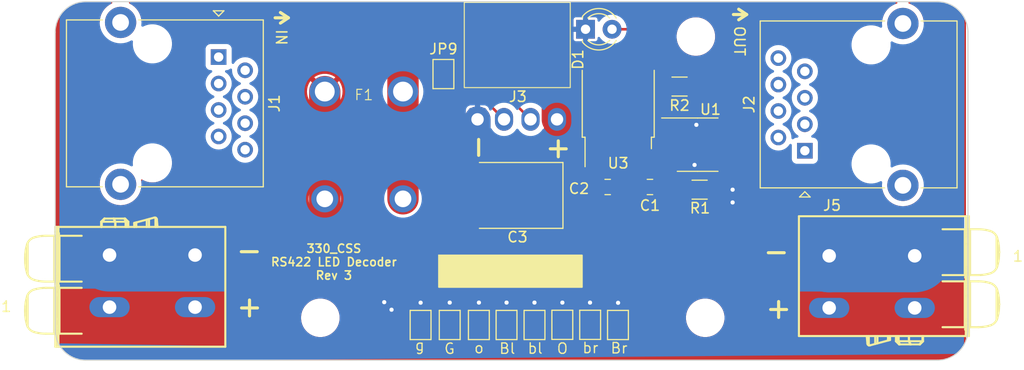
<source format=kicad_pcb>
(kicad_pcb (version 20240108) (generator "pcbnew") (generator_version "8.0")
  (layers (0 "F.Cu" power) (1 "In1.Cu" signal) (2 "In2.Cu" signal) (31 "B.Cu" power) (34 "B.Paste" user) (35 "F.Paste" user) (36 "B.SilkS" user "B.Silkscreen") (37 "F.SilkS" user "F.Silkscreen") (38 "B.Mask" user) (39 "F.Mask" user) (44 "Edge.Cuts" user))
  (net 0 "")
  (net 1 "/G-")
  (net 2 "/G+")
  (net 3 "/O-")
  (net 4 "/Bl+")
  (net 5 "/Bl-")
  (net 6 "/O+")
  (net 7 "GND")
  (net 8 "Net-(J3-Pin_3)")
  (net 9 "Net-(J3-Pin_4)")
  (net 11 "Net-(U1-Vcc)")
  (net 12 "+12V")
  (net 13 "/Br-")
  (net 14 "/Br+")
  (net 15 "Net-(JP1-B)")
  (net 16 "Net-(JP5-B)")
  (net 17 "Net-(J3-Pin_2)")
  (net 18 "Net-(D1-A)")
  (footprint "LED_THT:LED_D3.0mm" (layer "F.Cu") (at 193.525 122.6)
    (property "Reference" "D1" (at -0.725 2.9 90) (layer "F.SilkS"))
    (property "Value" "LED")
    (pad "1" thru_hole rect (at 0 0) (size 1.8 1.8) (drill 0.9) (layers "*.Cu" "*.Mask") (net 7 "GND"))
    (pad "2" thru_hole circle (at 2.54 0) (size 1.8 1.8) (drill 0.9) (layers "*.Cu" "*.Mask") (net 18 "Net-(D1-A)"))
  )
  (footprint "Jumper:SolderJumper-2_P1.3mm_Open_Pad1.0x1.5mm" (layer "F.Cu") (at 177.71 150.99 -90)
    (property "Reference" "JP1" (hide yes))
    (property "Value" "Jumper_2_Open" (hide yes))
    (pad "1" smd rect (at -0.65 0 270) (size 1 1.5) (layers "F.Cu" "F.Mask") (net 1 "/G-"))
    (pad "2" smd rect (at 0.65 0 270) (size 1 1.5) (layers "F.Cu" "F.Mask") (net 15 "Net-(JP1-B)"))
  )
  (footprint "Resistor_SMD:R_1206_3216Metric" (layer "F.Cu") (at 202.5375 128.1 180)
    (property "Reference" "R2" (at 0 -1.82 180) (layer "F.SilkS"))
    (property "Value" "R")
    (pad "1" smd roundrect (at -1.4625 0 180) (size 1.125 1.75) (layers "F.Cu" "F.Paste" "F.Mask") (roundrect_rratio 0.2222222222) (net 11 "Net-(U1-Vcc)"))
    (pad "2" smd roundrect (at 1.4625 0 180) (size 1.125 1.75) (layers "F.Cu" "F.Paste" "F.Mask") (roundrect_rratio 0.2222222222) (net 18 "Net-(D1-A)"))
  )
  (footprint "Jumper:SolderJumper-2_P1.3mm_Open_Pad1.0x1.5mm" (layer "F.Cu") (at 188.632 150.99 -90)
    (property "Reference" "JP3" (hide yes))
    (property "Value" "Jumper_2_Open" (hide yes))
    (pad "1" smd rect (at -0.65 0 270) (size 1 1.5) (layers "F.Cu" "F.Mask") (net 5 "/Bl-"))
    (pad "2" smd rect (at 0.65 0 270) (size 1 1.5) (layers "F.Cu" "F.Mask") (net 15 "Net-(JP1-B)"))
  )
  (footprint "Library:3549-2" (layer "F.Cu") (at 172.274 133.731 180)
    (property "Reference" "F1" (at 0 4.826 0) (layer "F.SilkS") (effects (font (thickness 0.1))))
    (property "Value" "Fuse")
    (pad "1" thru_hole circle (at -3.75 -5.15 180) (size 2.6 2.6) (drill 1.6) (layers "*.Cu" "*.Mask") (net 9 "Net-(J3-Pin_4)"))
    (pad "1" thru_hole circle (at -3.75 5.15 180) (size 2.9 2.9) (drill 1.9) (layers "*.Cu" "*.Mask") (net 9 "Net-(J3-Pin_4)"))
    (pad "2" thru_hole circle (at 3.75 -5.15 180) (size 2.6 2.6) (drill 1.6) (layers "*.Cu" "*.Mask") (net 12 "+12V"))
    (pad "2" thru_hole circle (at 3.75 5.15 180) (size 2.9 2.9) (drill 1.9) (layers "*.Cu" "*.Mask") (net 12 "+12V"))
  )
  (footprint "MountingHole:MountingHole_3.2mm_M3" (layer "F.Cu") (at 204.1 123.3)
    (property "Reference" "REF**" (hide yes))
    (property "Value" "MountingHole_3.2mm_M3")
    (pad "" np_thru_hole circle (at 0 0) (size 3.2 3.2) (drill 3.2) (layers "*.Cu" "*.Mask"))
  )
  (footprint "Resistor_SMD:R_1206_3216Metric" (layer "F.Cu") (at 204.4625 138)
    (property "Reference" "R1" (at 0.0375 1.775 0) (layer "F.SilkS"))
    (property "Value" "R")
    (pad "1" smd roundrect (at -1.4625 0) (size 1.125 1.75) (layers "F.Cu" "F.Paste" "F.Mask") (roundrect_rratio 0.2222222222) (net 15 "Net-(JP1-B)"))
    (pad "2" smd roundrect (at 1.4625 0) (size 1.125 1.75) (layers "F.Cu" "F.Paste" "F.Mask") (roundrect_rratio 0.2222222222) (net 16 "Net-(JP5-B)"))
  )
  (footprint "2604-1102:P-2604-1102_1" (layer "F.Cu") (at 147.89 151.576 180)
    (property "Reference" "J4" (hide yes))
    (property "Value" "Screw_Terminal_01x02")
    (fp_text user "1" (at 9.9 2.35 0) (layer "F.SilkS"))
    (pad "1" thru_hole oval (at -8.2 2.3 180) (size 3.8608 1.9304) (drill 1.3) (layers "*.Cu" "*.Mask") (net 12 "+12V"))
    (pad "1" thru_hole oval (at 0 2.3 180) (size 3.8608 1.9304) (drill 1.3) (layers "*.Cu" "*.Mask") (net 12 "+12V"))
    (pad "2" thru_hole oval (at -8.2 7.3 180) (size 3.8608 1.9304) (drill 1.3) (layers "*.Cu" "*.Mask") (net 7 "GND"))
    (pad "2" thru_hole oval (at 0 7.3 180) (size 3.8608 1.9304) (drill 1.3) (layers "*.Cu" "*.Mask") (net 7 "GND"))
  )
  (footprint "Jumper:SolderJumper-2_P1.3mm_Open_Pad1.0x1.5mm" (layer "F.Cu") (at 180.504 150.99 -90)
    (property "Reference" "JP5" (hide yes))
    (property "Value" "Jumper_2_Open" (hide yes))
    (pad "1" smd rect (at -0.65 0 270) (size 1 1.5) (layers "F.Cu" "F.Mask") (net 2 "/G+"))
    (pad "2" smd rect (at 0.65 0 270) (size 1 1.5) (layers "F.Cu" "F.Mask") (net 16 "Net-(JP5-B)"))
  )
  (footprint "Connector_RJ:RJ45_Ninigi_GE" (layer "F.Cu") (at 214.55 134.26 90)
    (property "Reference" "J2" (at 4.445 -5.34 90) (layer "F.SilkS"))
    (property "Value" "RJ45")
    (pad "" np_thru_hole circle (at -1.27 6.35 90) (size 3.25 3.25) (drill 3.25) (layers "*.Cu" "*.Mask"))
    (pad "" np_thru_hole circle (at 10.16 6.35 270) (size 3.25 3.25) (drill 3.25) (layers "*.Cu" "*.Mask"))
    (pad "1" thru_hole rect (at 0 0 270) (size 1.5 1.5) (drill 0.9) (layers "*.Cu" "*.Mask") (net 1 "/G-"))
    (pad "2" thru_hole circle (at 1.27 -2.54 270) (size 1.5 1.5) (drill 0.9) (layers "*.Cu" "*.Mask") (net 2 "/G+"))
    (pad "3" thru_hole circle (at 2.54 0 270) (size 1.5 1.5) (drill 0.9) (layers "*.Cu" "*.Mask") (net 3 "/O-"))
    (pad "4" thru_hole circle (at 3.81 -2.54 270) (size 1.5 1.5) (drill 0.9) (layers "*.Cu" "*.Mask") (net 4 "/Bl+"))
    (pad "5" thru_hole circle (at 5.08 0 270) (size 1.5 1.5) (drill 0.9) (layers "*.Cu" "*.Mask") (net 5 "/Bl-"))
    (pad "6" thru_hole circle (at 6.35 -2.54 270) (size 1.5 1.5) (drill 0.9) (layers "*.Cu" "*.Mask") (net 6 "/O+"))
    (pad "7" thru_hole circle (at 7.62 0 270) (size 1.5 1.5) (drill 0.9) (layers "*.Cu" "*.Mask") (net 13 "/Br-"))
    (pad "8" thru_hole circle (at 8.89 -2.54 270) (size 1.5 1.5) (drill 0.9) (layers "*.Cu" "*.Mask") (net 14 "/Br+"))
    (pad "SH" thru_hole circle (at -3.325 9.4 90) (size 3 3) (drill 1.6) (layers "*.Cu" "*.Mask"))
    (pad "SH" thru_hole circle (at 12.215 9.4 270) (size 3 3) (drill 1.6) (layers "*.Cu" "*.Mask"))
  )
  (footprint "MountingHole:MountingHole_3.2mm_M3" (layer "F.Cu") (at 168.1 150.3)
    (property "Reference" "REF**" (hide yes))
    (property "Value" "MountingHole_3.2mm_M3")
    (pad "" np_thru_hole circle (at 0 0) (size 3.2 3.2) (drill 3.2) (layers "*.Cu" "*.Mask"))
  )
  (footprint "Capacitor_SMD:C_0805_2012Metric" (layer "F.Cu") (at 195.648 137.742)
    (property "Reference" "C2" (at -2.748 0.158 0) (layer "F.SilkS"))
    (property "Value" "1uF")
    (pad "1" smd roundrect (at -0.95 0) (size 1 1.45) (layers "F.Cu" "F.Paste" "F.Mask") (net 12 "+12V"))
    (pad "2" smd roundrect (at 0.95 0) (size 1 1.45) (layers "F.Cu" "F.Paste" "F.Mask") (net 7 "GND"))
  )
  (footprint "Package_SO:SOIC-8_3.9x4.9mm_P1.27mm" (layer "F.Cu") (at 204.272 133.678)
    (property "Reference" "U1" (at 1.228 -3.378 0) (layer "F.SilkS"))
    (property "Value" "~" (hide yes))
    (pad "1" smd roundrect (at -2.475 -1.905) (size 1.95 0.6) (layers "F.Cu" "F.Paste" "F.Mask") (net 8 "Net-(J3-Pin_3)"))
    (pad "2" smd roundrect (at -2.475 -0.635) (size 1.95 0.6) (layers "F.Cu" "F.Paste" "F.Mask") (net 7 "GND"))
    (pad "3" smd roundrect (at -2.475 0.635) (size 1.95 0.6) (layers "F.Cu" "F.Paste" "F.Mask") (net 7 "GND"))
    (pad "4" smd roundrect (at -2.475 1.905) (size 1.95 0.6) (layers "F.Cu" "F.Paste" "F.Mask"))
    (pad "5" smd roundrect (at 2.475 1.905) (size 1.95 0.6) (layers "F.Cu" "F.Paste" "F.Mask") (net 7 "GND"))
    (pad "6" smd roundrect (at 2.475 0.635) (size 1.95 0.6) (layers "F.Cu" "F.Paste" "F.Mask") (net 16 "Net-(JP5-B)"))
    (pad "7" smd roundrect (at 2.475 -0.635) (size 1.95 0.6) (layers "F.Cu" "F.Paste" "F.Mask") (net 15 "Net-(JP1-B)"))
    (pad "8" smd roundrect (at 2.475 -1.905) (size 1.95 0.6) (layers "F.Cu" "F.Paste" "F.Mask") (net 11 "Net-(U1-Vcc)"))
  )
  (footprint "Capacitor_SMD:C_0805_2012Metric" (layer "F.Cu") (at 199.7 137.742)
    (property "Reference" "C1" (at 0 1.778 0) (layer "F.SilkS"))
    (property "Value" "2.2uF")
    (pad "1" smd roundrect (at -0.95 0) (size 1 1.45) (layers "F.Cu" "F.Paste" "F.Mask") (net 11 "Net-(U1-Vcc)"))
    (pad "2" smd roundrect (at 0.95 0) (size 1 1.45) (layers "F.Cu" "F.Paste" "F.Mask") (net 7 "GND"))
  )
  (footprint "Capacitor_Tantalum_SMD:CP_EIA-7361-38_AVX-V" (layer "F.Cu") (at 187 138.55 180)
    (property "Reference" "C3" (at 0 -4 0) (layer "F.SilkS"))
    (property "Value" "200uF")
    (pad "1" smd roundrect (at -3.1 0 180) (size 2 3.3) (layers "F.Cu" "F.Paste" "F.Mask") (roundrect_rratio 0.125) (net 9 "Net-(J3-Pin_4)"))
    (pad "2" smd roundrect (at 3.1 0 180) (size 2 3.3) (layers "F.Cu" "F.Paste" "F.Mask") (roundrect_rratio 0.125) (net 7 "GND"))
  )
  (footprint "2604-1102:P-2604-1102_1" (layer "F.Cu") (at 225.082 142.049984)
    (property "Reference" "J5" (at -7.925 -2.535 0) (layer "F.SilkS"))
    (property "Value" "Screw_Terminal_01x02")
    (fp_text user "1" (at 9.9 2.35 0) (layer "F.SilkS"))
    (pad "1" thru_hole oval (at -8.2 2.3) (size 3.8608 1.9304) (drill 1.3) (layers "*.Cu" "*.Mask") (net 7 "GND"))
    (pad "1" thru_hole oval (at 0 2.3) (size 3.8608 1.9304) (drill 1.3) (layers "*.Cu" "*.Mask") (net 7 "GND"))
    (pad "2" thru_hole oval (at -8.2 7.3) (size 3.8608 1.9304) (drill 1.3) (layers "*.Cu" "*.Mask") (net 12 "+12V"))
    (pad "2" thru_hole oval (at 0 7.3) (size 3.8608 1.9304) (drill 1.3) (layers "*.Cu" "*.Mask") (net 12 "+12V"))
  )
  (footprint "Jumper:SolderJumper-2_P1.3mm_Open_Pad1.0x1.5mm" (layer "F.Cu") (at 193.966 150.975 -90)
    (property "Reference" "JP4" (hide yes))
    (property "Value" "Jumper_2_Open" (hide yes))
    (pad "1" smd rect (at -0.65 0 270) (size 1 1.5) (layers "F.Cu" "F.Mask") (net 13 "/Br-"))
    (pad "2" smd rect (at 0.65 0 270) (size 1 1.5) (layers "F.Cu" "F.Mask") (net 15 "Net-(JP1-B)"))
  )
  (footprint "Jumper:SolderJumper-2_P1.3mm_Open_Pad1.0x1.5mm" (layer "F.Cu") (at 183.298 150.99 -90)
    (property "Reference" "JP2" (hide yes))
    (property "Value" "Jumper_2_Open" (hide yes))
    (pad "1" smd rect (at -0.65 0 270) (size 1 1.5) (layers "F.Cu" "F.Mask") (net 3 "/O-"))
    (pad "2" smd rect (at 0.65 0 270) (size 1 1.5) (layers "F.Cu" "F.Mask") (net 15 "Net-(JP1-B)"))
  )
  (footprint "Package_TO_SOT_SMD:TO-252-2" (layer "F.Cu") (at 196.658 129.654 90)
    (property "Reference" "U3" (at -5.802 -0.006 0) (layer "F.SilkS"))
    (property "Value" "LP2950-5.0_TO252")
    (pad "1" smd roundrect (at -5.04 -2.28 90) (size 2.2 1.2) (layers "F.Cu" "F.Paste" "F.Mask") (roundrect_rratio 0.2083333333) (net 12 "+12V"))
    (pad "2" smd roundrect (at -0.415 -1.525 90) (size 3.05 2.75) (layers "F.Cu" "F.Paste") (roundrect_rratio 0.09090909091) (net 7 "GND"))
    (pad "2" smd roundrect (at -0.415 1.525 90) (size 3.05 2.75) (layers "F.Cu" "F.Paste") (roundrect_rratio 0.09090909091) (net 7 "GND"))
    (pad "2" smd roundrect (at 1.26 0 90) (size 6.4 5.8) (layers "F.Cu" "F.Mask") (roundrect_rratio 0.04310293103) (net 7 "GND"))
    (pad "2" smd roundrect (at 2.935 -1.525 90) (size 3.05 2.75) (layers "F.Cu" "F.Paste") (roundrect_rratio 0.09090909091) (net 7 "GND"))
    (pad "2" smd roundrect (at 2.935 1.525 90) (size 3.05 2.75) (layers "F.Cu" "F.Paste") (roundrect_rratio 0.09090909091) (net 7 "GND"))
    (pad "3" smd roundrect (at -5.04 2.28 90) (size 2.2 1.2) (layers "F.Cu" "F.Paste" "F.Mask") (roundrect_rratio 0.2083333333) (net 11 "Net-(U1-Vcc)"))
  )
  (footprint "Jumper:SolderJumper-2_P1.3mm_Open_Pad1.0x1.5mm" (layer "F.Cu") (at 179.9 126.9 -90)
    (property "Reference" "JP9" (at -2.4 0 180) (layer "F.SilkS"))
    (property "Value" "Jumper_2_Open")
    (pad "1" smd rect (at -0.65 0 270) (size 1 1.5) (layers "F.Cu" "F.Mask") (net 8 "Net-(J3-Pin_3)"))
    (pad "2" smd rect (at 0.65 0 270) (size 1 1.5) (layers "F.Cu" "F.Mask") (net 17 "Net-(J3-Pin_2)"))
  )
  (footprint "MountingHole:MountingHole_3.2mm_M3" (layer "F.Cu") (at 205 150.3)
    (property "Reference" "REF**" (hide yes))
    (property "Value" "MountingHole_3.2mm_M3")
    (pad "" np_thru_hole circle (at 0 0) (size 3.2 3.2) (drill 3.2) (layers "*.Cu" "*.Mask"))
  )
  (footprint "Jumper:SolderJumper-2_P1.3mm_Open_Pad1.0x1.5mm" (layer "F.Cu") (at 196.633 150.99 -90)
    (property "Reference" "JP8" (hide yes))
    (property "Value" "Jumper_2_Open" (hide yes))
    (pad "1" smd rect (at -0.65 0 270) (size 1 1.5) (layers "F.Cu" "F.Mask") (net 14 "/Br+"))
    (pad "2" smd rect (at 0.65 0 270) (size 1 1.5) (layers "F.Cu" "F.Mask") (net 16 "Net-(JP5-B)"))
  )
  (footprint "Connector_RJ:RJ45_Ninigi_GE" (layer "F.Cu") (at 158.35 125.27 -90)
    (property "Reference" "J1" (at 4.445 -5.34 -90) (layer "F.SilkS"))
    (property "Value" "RJ45")
    (pad "" np_thru_hole circle (at -1.27 6.35 270) (size 3.25 3.25) (drill 3.25) (layers "*.Cu" "*.Mask"))
    (pad "" np_thru_hole circle (at 10.16 6.35 90) (size 3.25 3.25) (drill 3.25) (layers "*.Cu" "*.Mask"))
    (pad "1" thru_hole rect (at 0 0 90) (size 1.5 1.5) (drill 0.9) (layers "*.Cu" "*.Mask") (net 1 "/G-"))
    (pad "2" thru_hole circle (at 1.27 -2.54 90) (size 1.5 1.5) (drill 0.9) (layers "*.Cu" "*.Mask") (net 2 "/G+"))
    (pad "3" thru_hole circle (at 2.54 0 90) (size 1.5 1.5) (drill 0.9) (layers "*.Cu" "*.Mask") (net 3 "/O-"))
    (pad "4" thru_hole circle (at 3.81 -2.54 90) (size 1.5 1.5) (drill 0.9) (layers "*.Cu" "*.Mask") (net 4 "/Bl+"))
    (pad "5" thru_hole circle (at 5.08 0 90) (size 1.5 1.5) (drill 0.9) (layers "*.Cu" "*.Mask") (net 5 "/Bl-"))
    (pad "6" thru_hole circle (at 6.35 -2.54 90) (size 1.5 1.5) (drill 0.9) (layers "*.Cu" "*.Mask") (net 6 "/O+"))
    (pad "7" thru_hole circle (at 7.62 0 90) (size 1.5 1.5) (drill 0.9) (layers "*.Cu" "*.Mask") (net 13 "/Br-"))
    (pad "8" thru_hole circle (at 8.89 -2.54 90) (size 1.5 1.5) (drill 0.9) (layers "*.Cu" "*.Mask") (net 14 "/Br+"))
    (pad "SH" thru_hole circle (at -3.325 9.4 270) (size 3 3) (drill 1.6) (layers "*.Cu" "*.Mask"))
    (pad "SH" thru_hole circle (at 12.215 9.4 90) (size 3 3) (drill 1.6) (layers "*.Cu" "*.Mask"))
  )
  (footprint "SMM:KK-1x04_right" (layer "F.Cu") (at 183.17 131.25)
    (property "Reference" "J3" (at 3.866 -2.1765 0) (layer "F.SilkS"))
    (property "Value" "Conn_01x04" (hide yes))
    (pad "1" thru_hole roundrect (at 0 0) (size 1.74 2.19) (drill 1.19) (layers "*.Cu" "*.Mask") (roundrect_rratio 0.1436781609) (net 7 "GND"))
    (pad "2" thru_hole oval (at 2.54 0) (size 1.74 2.19) (drill 1.19) (layers "*.Cu" "*.Mask") (net 17 "Net-(J3-Pin_2)"))
    (pad "3" thru_hole oval (at 5.08 0) (size 1.74 2.19) (drill 1.19) (layers "*.Cu" "*.Mask") (net 8 "Net-(J3-Pin_3)"))
    (pad "4" thru_hole oval (at 7.62 0) (size 1.74 2.19) (drill 1.19) (layers "*.Cu" "*.Mask") (net 9 "Net-(J3-Pin_4)"))
  )
  (footprint "Jumper:SolderJumper-2_P1.3mm_Open_Pad1.0x1.5mm" (layer "F.Cu") (at 191.299 150.975 -90)
    (property "Reference" "JP6" (hide yes))
    (property "Value" "Jumper_2_Open" (hide yes))
    (pad "1" smd rect (at -0.65 0 270) (size 1 1.5) (layers "F.Cu" "F.Mask") (net 6 "/O+"))
    (pad "2" smd rect (at 0.65 0 270) (size 1 1.5) (layers "F.Cu" "F.Mask") (net 16 "Net-(JP5-B)"))
  )
  (footprint "Jumper:SolderJumper-2_P1.3mm_Open_Pad1.0x1.5mm" (layer "F.Cu") (at 185.95 150.99 -90)
    (property "Reference" "JP7" (hide yes))
    (property "Value" "Jumper_2_Open" (hide yes))
    (pad "1" smd rect (at -0.65 0 270) (size 1 1.5) (layers "F.Cu" "F.Mask") (net 4 "/Bl+"))
    (pad "2" smd rect (at 0.65 0 270) (size 1 1.5) (layers "F.Cu" "F.Mask") (net 16 "Net-(JP5-B)"))
  )
  (gr_line (start 165.035 121.5) (end 164.273 120.992) (stroke (width 0.3)) (layer "F.SilkS"))
  (gr_line (start 207.7 121.184) (end 208.97 121.184) (stroke (width 0.3)) (layer "F.SilkS"))
  (gr_rect (start 179.467 144.302) (end 193.183 147.35) (stroke (width 0.15)) (fill solid) (layer "F.SilkS"))
  (gr_line (start 208.97 121.184) (end 208.208 120.676) (stroke (width 0.3)) (layer "F.SilkS"))
  (gr_line (start 163.765 121.5) (end 165.035 121.5) (stroke (width 0.3)) (layer "F.SilkS"))
  (gr_line (start 165.035 121.5) (end 164.273 122.008) (stroke (width 0.3)) (layer "F.SilkS"))
  (gr_line (start 208.97 121.184) (end 208.208 121.692) (stroke (width 0.3)) (layer "F.SilkS"))
  (gr_line (start 145.604 154.37) (end 227.265 154.37) (stroke (width 0.1)) (layer "Edge.Cuts"))
  (gr_arc (start 142.683 122.874) (mid 143.538541 120.808541) (end 145.604 119.953) (stroke (width 0.1)) (layer "Edge.Cuts"))
  (gr_arc (start 230.186 151.449) (mid 229.330459 153.514459) (end 227.265 154.37) (stroke (width 0.1)) (layer "Edge.Cuts"))
  (gr_line (start 227.265 119.953) (end 145.604 119.953) (stroke (width 0.1)) (layer "Edge.Cuts"))
  (gr_line (start 142.683 151.449) (end 142.683 122.874) (stroke (width 0.1)) (layer "Edge.Cuts"))
  (gr_arc (start 145.604 154.37) (mid 143.538541 153.514459) (end 142.683 151.449) (stroke (width 0.1)) (layer "Edge.Cuts"))
  (gr_line (start 230.186 151.449) (end 230.186 122.874) (stroke (width 0.1)) (layer "Edge.Cuts"))
  (gr_arc (start 227.265 119.953) (mid 229.330459 120.808541) (end 230.186 122.874) (stroke (width 0.1)) (layer "Edge.Cuts"))
  (gr_text "o" (at 182.772 153.784 0) (layer "F.SilkS") (effects (font (size 1 1) (thickness 0.127) (bold yes)) (justify left bottom)))
  (gr_text "Br\n" (at 195.85 153.8 0) (layer "F.SilkS") (effects (font (size 1 1) (thickness 0.127) (bold yes)) (justify left bottom)))
  (gr_text "Bl" (at 185.175 153.84 0) (layer "F.SilkS") (effects (font (size 1 1) (thickness 0.127) (bold yes)) (justify left bottom)))
  (gr_text "O\n" (at 190.7 153.84 0) (layer "F.SilkS") (effects (font (size 1 1) (thickness 0.127) (bold yes)) (justify left bottom)))
  (gr_text "-" (at 159.85 144.975 0) (layer "F.SilkS") (effects (font (size 2 2) (thickness 0.3)) (justify left bottom)))
  (gr_text "g" (at 177.1 153.525 0) (layer "F.SilkS") (effects (font (size 1 1) (thickness 0.127) (bold yes)) (justify left bottom)))
  (gr_text "br" (at 193.15 153.775 0) (layer "F.SilkS") (effects (font (size 1 1) (thickness 0.127) (bold yes)) (justify left bottom)))
  (gr_text "OUT" (at 207.7 122.2 -90) (layer "F.SilkS") (effects (font (size 1 1)) (justify left bottom)))
  (gr_text "+" (at 210.6 150.525 0) (layer "F.SilkS") (effects (font (size 2 2) (thickness 0.3)) (justify left bottom)))
  (gr_text "330_CSS\nRS422 LED Decoder\nRev 3" (at 169.4 146.7 0) (layer "F.SilkS") (effects (font (size 0.8 0.8)) (justify bottom)))
  (gr_text "-" (at 210.375 145.075 0) (layer "F.SilkS") (effects (font (size 2 2) (thickness 0.3)) (justify left bottom)))
  (gr_text "bl" (at 187.9 153.825 0) (layer "F.SilkS") (effects (font (size 1 1) (thickness 0.127) (bold yes)) (justify left bottom)))
  (gr_text "-" (at 184.3 135.375 90) (layer "F.SilkS") (effects (font (size 2 2) (thickness 0.3)) (justify left bottom)))
  (gr_text "+" (at 189.475 135.1 0) (layer "F.SilkS") (effects (font (size 2 2) (thickness 0.3)) (justify left bottom)))
  (gr_text "IN" (at 163.765 122.516 -90) (layer "F.SilkS") (effects (font (size 1 1)) (justify left bottom)))
  (gr_text "G" (at 179.9 153.85 0) (layer "F.SilkS") (effects (font (size 1 1) (thickness 0.127) (bold yes)) (justify left bottom)))
  (gr_text "+" (at 159.875 150.375 0) (layer "F.SilkS") (effects (font (size 2 2) (thickness 0.3)) (justify left bottom)))
  (segment (start 177.71 150.34) (end 177.71 148.854) (width 0.2) (layer "F.Cu") (net 1))
  (segment (start 177.71 148.854) (end 177.714 148.85) (width 0.2) (layer "F.Cu") (net 1))
  (via blind (at 177.714 148.85) (size 0.8) (drill 0.4) (layers "F.Cu" "In2.Cu") (net 1))
  (segment (start 180.504 150.34) (end 180.504 148.84) (width 0.2) (layer "F.Cu") (net 2))
  (via blind (at 180.504 148.84) (size 0.8) (drill 0.4) (layers "F.Cu" "In1.Cu") (net 2))
  (segment (start 183.298 148.846) (end 183.304 148.84) (width 0.2) (layer "F.Cu") (net 3))
  (segment (start 183.298 150.34) (end 183.298 148.846) (width 0.2) (layer "F.Cu") (net 3))
  (via blind (at 183.304 148.84) (size 0.8) (drill 0.4) (layers "F.Cu" "In2.Cu") (net 3))
  (segment (start 185.95 148.844) (end 185.954 148.84) (width 0.2) (layer "F.Cu") (net 4))
  (segment (start 185.95 150.34) (end 185.95 148.844) (width 0.2) (layer "F.Cu") (net 4))
  (via blind (at 185.954 148.84) (size 0.8) (drill 0.4) (layers "F.Cu" "In1.Cu") (net 4))
  (segment (start 188.632 148.843) (end 188.629 148.84) (width 0.2) (layer "F.Cu") (net 5))
  (segment (start 188.632 150.34) (end 188.632 148.843) (width 0.2) (layer "F.Cu") (net 5))
  (via blind (at 188.629 148.84) (size 0.8) (drill 0.4) (layers "F.Cu" "In2.Cu") (net 5))
  (segment (start 191.299 150.325) (end 191.299 148.845) (width 0.2) (layer "F.Cu") (net 6))
  (segment (start 191.299 148.845) (end 191.304 148.84) (width 0.2) (layer "F.Cu") (net 6))
  (via blind (at 191.304 148.84) (size 0.8) (drill 0.4) (layers "F.Cu" "In1.Cu") (net 6))
  (segment (start 212.01 127.91) (end 211.6 127.5) (width 0.2) (layer "B.Cu") (net 6))
  (segment (start 200.65 138.45) (end 200.65 137.742) (width 0.25) (layer "F.Cu") (net 7))
  (segment (start 183.9 138.55) (end 183.17 137.82) (width 2.5) (layer "F.Cu") (net 7))
  (segment (start 197.225 139) (end 200.1 139) (width 0.25) (layer "F.Cu") (net 7))
  (segment (start 196.658 132.575) (end 196.658 137.682) (width 0.25) (layer "F.Cu") (net 7))
  (segment (start 202.771999 134.313) (end 204.041999 135.583) (width 0.25) (layer "F.Cu") (net 7))
  (segment (start 196.658 128.394) (end 196.658 132.575) (width 0.25) (layer "F.Cu") (net 7))
  (segment (start 193.525 122.6) (end 193.525 125.261) (width 0.25) (layer "F.Cu") (net 7))
  (segment (start 203.999999 135.625) (end 204.041999 135.583) (width 0.25) (layer "F.Cu") (net 7))
  (segment (start 196.658 137.682) (end 196.598 137.742) (width 0.25) (layer "F.Cu") (net 7))
  (segment (start 201.742 136.65) (end 202.974999 136.65) (width 0.25) (layer "F.Cu") (net 7))
  (segment (start 206.764 135.6) (end 206.747 135.583) (width 0.25) (layer "F.Cu") (net 7))
  (segment (start 196.598 131.534) (end 195.133 130.069) (width 0.25) (layer "F.Cu") (net 7))
  (segment (start 197.126 133.043) (end 196.658 132.575) (width 0.25) (layer "F.Cu") (net 7))
  (segment (start 203.975 135.625) (end 203.999999 135.625) (width 0.25) (layer "F.Cu") (net 7))
  (segment (start 200.1 139) (end 200.65 138.45) (width 0.25) (layer "F.Cu") (net 7))
  (segment (start 196.598 138.373) (end 197.225 139) (width 0.25) (layer "F.Cu") (net 7))
  (segment (start 202.974999 136.65) (end 203.975 135.649999) (width 0.25) (layer "F.Cu") (net 7))
  (segment (start 204.041999 135.583) (end 206.747 135.583) (width 0.25) (layer "F.Cu") (net 7))
  (segment (start 201.797 133.043) (end 197.126 133.043) (width 0.25) (layer "F.Cu") (net 7))
  (segment (start 201.797 134.313) (end 202.771999 134.313) (width 0.25) (layer "F.Cu") (net 7))
  (segment (start 196.598 137.742) (end 196.598 138.373) (width 0.25) (layer "F.Cu") (net 7))
  (segment (start 183.17 137.82) (end 183.17 131.25) (width 2.5) (layer "F.Cu") (net 7))
  (segment (start 200.65 137.742) (end 201.742 136.65) (width 0.25) (layer "F.Cu") (net 7))
  (segment (start 193.525 125.261) (end 196.658 128.394) (width 0.25) (layer "F.Cu") (net 7))
  (segment (start 203.975 135.649999) (end 203.975 135.625) (width 0.25) (layer "F.Cu") (net 7))
  (via (at 203.975 135.625) (size 0.8) (drill 0.4) (layers "F.Cu" "B.Cu") (net 7))
  (segment (start 216.882 144.349984) (end 225.082 144.349984) (width 7) (layer "B.Cu") (net 7))
  (segment (start 216.808016 144.276) (end 216.882 144.349984) (width 7) (layer "B.Cu") (net 7))
  (segment (start 147.89 144.276) (end 156.09 144.276) (width 7) (layer "B.Cu") (net 7))
  (segment (start 183.17 131.25) (end 183.17 144.246) (width 2.5) (layer "B.Cu") (net 7))
  (segment (start 183.17 144.246) (end 183.2 144.276) (width 2.5) (layer "B.Cu") (net 7))
  (segment (start 183.2 144.276) (end 216.808016 144.276) (width 7) (layer "B.Cu") (net 7))
  (segment (start 156.09 144.276) (end 183.2 144.276) (width 7) (layer "B.Cu") (net 7))
  (segment (start 204.148 131.773) (end 204.15 131.775) (width 0.25) (layer "F.Cu") (net 8))
  (segment (start 179.9 126.25) (end 183.25 126.25) (width 0.25) (layer "F.Cu") (net 8))
  (segment (start 201.797 131.773) (end 204.148 131.773) (width 0.25) (layer "F.Cu") (net 8))
  (segment (start 183.25 126.25) (end 188.25 131.25) (width 0.25) (layer "F.Cu") (net 8))
  (via blind (at 204.15 131.775) (size 0.8) (drill 0.4) (layers "F.Cu" "In1.Cu") (net 8))
  (segment (start 190.82 126.645) (end 190.82 131.25) (width 3) (layer "F.Cu") (net 9))
  (segment (start 177.525 123.975) (end 188.15 123.975) (width 3) (layer "F.Cu") (net 9))
  (segment (start 188.15 123.975) (end 190.82 126.645) (width 3) (layer "F.Cu") (net 9))
  (segment (start 176.024 128.581) (end 176.024 125.476) (width 3) (layer "F.Cu") (net 9))
  (segment (start 190.79 131.25) (end 190.79 137.86) (width 2.5) (layer "F.Cu") (net 9))
  (segment (start 176.024 134) (end 176.024 138.881) (width 3) (layer "F.Cu") (net 9))
  (segment (start 176.024 128.581) (end 176.024 134) (width 3) (layer "F.Cu") (net 9))
  (segment (start 190.79 137.86) (end 190.1 138.55) (width 2.5) (layer "F.Cu") (net 9))
  (segment (start 176.024 125.476) (end 177.525 123.975) (width 3) (layer "F.Cu") (net 9))
  (segment (start 205.15 128.1) (end 206.747 129.697) (width 0.25) (layer "F.Cu") (net 11))
  (segment (start 205.177305 131.773) (end 203.262305 133.688) (width 0.25) (layer "F.Cu") (net 11))
  (segment (start 198.75 137.742) (end 198.75 134.882) (width 0.25) (layer "F.Cu") (net 11))
  (segment (start 206.747 129.697) (end 206.747 131.773) (width 0.25) (layer "F.Cu") (net 11))
  (segment (start 206.747 131.773) (end 205.177305 131.773) (width 0.25) (layer "F.Cu") (net 11))
  (segment (start 198.938 134.694) (end 199.202 134.958) (width 0.25) (layer "F.Cu") (net 11))
  (segment (start 204 128.1) (end 205.15 128.1) (width 0.25) (layer "F.Cu") (net 11))
  (segment (start 198.75 134.882) (end 198.938 134.694) (width 0.25) (layer "F.Cu") (net 11))
  (segment (start 203.262305 133.688) (end 199.944 133.688) (width 0.25) (layer "F.Cu") (net 11))
  (segment (start 199.944 133.688) (end 198.938 134.694) (width 0.25) (layer "F.Cu") (net 11))
  (segment (start 206.925 144.225) (end 207.5 144.8) (width 7) (layer "F.Cu") (net 12))
  (segment (start 168.524 138.881) (end 168.524 144.199) (width 3) (layer "F.Cu") (net 12))
  (segment (start 216.882 149.349984) (end 225.082 149.349984) (width 7) (layer "F.Cu") (net 12))
  (segment (start 207.5 144.8) (end 207.5 145.233957) (width 7) (layer "F.Cu") (net 12))
  (segment (start 168.524 144.199) (end 168.55 144.225) (width 3) (layer "F.Cu") (net 12))
  (segment (start 168.55 144.225) (end 206.925 144.225) (width 7) (layer "F.Cu") (net 12))
  (segment (start 147.89 149.276) (end 156.09 149.276) (width 7) (layer "F.Cu") (net 12))
  (segment (start 207.5 145.233957) (end 211.616027 149.349984) (width 7) (layer "F.Cu") (net 12))
  (segment (start 156.09 149.276) (end 161.557957 149.276) (width 7) (layer "F.Cu") (net 12))
  (segment (start 166.608957 144.225) (end 168.55 144.225) (width 7) (layer "F.Cu") (net 12))
  (segment (start 161.557957 149.276) (end 166.608957 144.225) (width 7) (layer "F.Cu") (net 12))
  (segment (start 168.524 128.581) (end 168.524 138.881) (width 3) (layer "F.Cu") (net 12))
  (segment (start 211.616027 149.349984) (end 216.882 149.349984) (width 7) (layer "F.Cu") (net 12))
  (segment (start 158.3 132.94) (end 158.35 132.89) (width 0.2) (layer "F.Cu") (net 13))
  (segment (start 193.966 148.852) (end 193.954 148.84) (width 0.2) (layer "F.Cu") (net 13))
  (segment (start 193.966 150.325) (end 193.966 148.852) (width 0.2) (layer "F.Cu") (net 13))
  (via blind (at 193.954 148.84) (size 0.8) (drill 0.4) (layers "F.Cu" "In2.Cu") (net 13))
  (segment (start 196.644 148.86) (end 196.644 150.329) (width 0.2) (layer "F.Cu") (net 14))
  (segment (start 196.644 150.329) (end 196.633 150.34) (width 0.2) (layer "F.Cu") (net 14))
  (via blind (at 196.644 148.86) (size 0.8) (drill 0.4) (layers "F.Cu" "In1.Cu") (net 14))
  (segment (start 208.95 138.025) (end 208.95 133.7) (width 0.25) (layer "F.Cu") (net 15))
  (segment (start 181.925 153) (end 176.35 153) (width 0.25) (layer "F.Cu") (net 15))
  (segment (start 207.6 139.2) (end 204.2 139.2) (width 0.25) (layer "F.Cu") (net 15))
  (segment (start 183.285 151.64) (end 181.925 153) (width 0.25) (layer "F.Cu") (net 15))
  (segment (start 177.71 151.64) (end 177.283 151.213) (width 0.2) (layer "F.Cu") (net 15))
  (segment (start 188.632 151.64) (end 187.275 152.997) (width 0.25) (layer "F.Cu") (net 15))
  (segment (start 204.2 139.2) (end 203 138) (width 0.25) (layer "F.Cu") (net 15))
  (segment (start 183.298 151.64) (end 183.285 151.64) (width 0.25) (layer "F.Cu") (net 15))
  (segment (start 187.275 153) (end 181.925 153) (width 0.25) (layer "F.Cu") (net 15))
  (segment (start 207.75 139.225) (end 208.95 138.025) (width 0.25) (layer "F.Cu") (net 15))
  (segment (start 192.591 153) (end 187.275 153) (width 0.25) (layer "F.Cu") (net 15))
  (segment (start 177.71 151.64) (end 176.35 153) (width 0.2) (layer "F.Cu") (net 15))
  (segment (start 177.545 151.64) (end 177.71 151.64) (width 0.2) (layer "F.Cu") (net 15))
  (segment (start 208.95 133.7) (end 208.293 133.043) (width 0.25) (layer "F.Cu") (net 15))
  (segment (start 174.925 149.525) (end 174.925 151.575) (width 0.25) (layer "F.Cu") (net 15))
  (segment (start 193.966 151.625) (end 192.591 153) (width 0.25) (layer "F.Cu") (net 15))
  (segment (start 174.925 151.575) (end 176.35 153) (width 0.25) (layer "F.Cu") (net 15))
  (segment (start 208.293 133.043) (end 206.747 133.043) (width 0.25) (layer "F.Cu") (net 15))
  (segment (start 207.625 139.225) (end 207.75 139.225) (width 0.25) (layer "F.Cu") (net 15))
  (segment (start 187.275 152.997) (end 187.275 153) (width 0.25) (layer "F.Cu") (net 15))
  (segment (start 207.625 139.225) (end 207.6 139.2) (width 0.25) (layer "F.Cu") (net 15))
  (via blind (at 174.925 149.525) (size 0.8) (drill 0.4) (layers "F.Cu" "In2.Cu") (net 15))
  (via blind (at 207.625 139.225) (size 0.8) (drill 0.4) (layers "F.Cu" "In1.Cu") (net 15))
  (segment (start 187.75 148.115) (end 182.254305 148.115) (width 0.25) (layer "F.Cu") (net 16))
  (segment (start 207.988 134.313) (end 206.747 134.313) (width 0.25) (layer "F.Cu") (net 16))
  (segment (start 207.625 138) (end 207.675 138) (width 0.25) (layer "F.Cu") (net 16))
  (segment (start 181.9 148.469305) (end 181.9 151.1) (width 0.25) (layer "F.Cu") (net 16))
  (segment (start 208.35 134.675) (end 207.988 134.313) (width 0.25) (layer "F.Cu") (net 16))
  (segment (start 206.366092 134.313) (end 206.747 134.313) (width 0.25) (layer "F.Cu") (net 16))
  (segment (start 191.299 151.625) (end 192.299 151.625) (width 0.25) (layer "F.Cu") (net 16))
  (segment (start 194.264305 148.125) (end 197.525 148.125) (width 0.25) (layer "F.Cu") (net 16))
  (segment (start 187.225 148.64) (end 187.75 148.115) (width 0.25) (layer "F.Cu") (net 16))
  (segment (start 208.35 137.325) (end 208.35 134.675) (width 0.25) (layer "F.Cu") (net 16))
  (segment (start 197.525 148.125) (end 198.3 148.9) (width 0.25) (layer "F.Cu") (net 16))
  (segment (start 174.225 148.8) (end 174.91 148.115) (width 0.25) (layer "F.Cu") (net 16))
  (segment (start 182.254305 148.115) (end 181.9 148.469305) (width 0.25) (layer "F.Cu") (net 16))
  (segment (start 187.225 151.365) (end 187.225 148.64) (width 0.25) (layer "F.Cu") (net 16))
  (segment (start 181.9 151.1) (end 181.36 151.64) (width 0.25) (layer "F.Cu") (net 16))
  (segment (start 192.625 148.765) (end 193.275 148.115) (width 0.25) (layer "F.Cu") (net 16))
  (segment (start 192.299 151.625) (end 192.625 151.299) (width 0.25) (layer "F.Cu") (net 16))
  (segment (start 197.633 151.64) (end 196.633 151.64) (width 0.25) (layer "F.Cu") (net 16))
  (segment (start 205.925 138) (end 207.625 138) (width 0.25) (layer "F.Cu") (net 16))
  (segment (start 193.275 148.115) (end 187.75 148.115) (width 0.25) (layer "F.Cu") (net 16))
  (segment (start 207.675 138) (end 208.35 137.325) (width 0.25) (layer "F.Cu") (net 16))
  (segment (start 192.625 151.299) (end 192.625 148.765) (width 0.25) (layer "F.Cu") (net 16))
  (segment (start 185.95 151.64) (end 186.95 151.64) (width 0.25) (layer "F.Cu") (net 16))
  (segment (start 198.3 150.973) (end 197.633 151.64) (width 0.25) (layer "F.Cu") (net 16))
  (segment (start 180.011 151.64) (end 180.504 151.64) (width 0.2) (layer "F.Cu") (net 16))
  (segment (start 194.254305 148.115) (end 194.264305 148.125) (width 0.25) (layer "F.Cu") (net 16))
  (segment (start 186.95 151.64) (end 187.225 151.365) (width 0.25) (layer "F.Cu") (net 16))
  (segment (start 174.91 148.115) (end 182.254305 148.115) (width 0.25) (layer "F.Cu") (net 16))
  (segment (start 193.275 148.115) (end 194.254305 148.115) (width 0.25) (layer "F.Cu") (net 16))
  (segment (start 198.3 148.9) (end 198.3 150.973) (width 0.25) (layer "F.Cu") (net 16))
  (segment (start 181.36 151.64) (end 180.504 151.64) (width 0.25) (layer "F.Cu") (net 16))
  (via blind (at 174.225 148.8) (size 0.8) (drill 0.4) (layers "F.Cu" "In1.Cu") (net 16))
  (via blind (at 207.625 138) (size 0.8) (drill 0.4) (layers "F.Cu" "In1.Cu") (net 16))
  (segment (start 182.01 127.55) (end 179.9 127.55) (width 0.25) (layer "F.Cu") (net 17))
  (segment (start 185.71 131.25) (end 182.01 127.55) (width 0.25) (layer "F.Cu") (net 17))
  (segment (start 199.275 122.6) (end 196.065 122.6) (width 0.25) (layer "F.Cu") (net 18))
  (segment (start 201.075 124.4) (end 199.275 122.6) (width 0.25) (layer "F.Cu") (net 18))
  (segment (start 201.075 128.1) (end 201.075 124.4) (width 0.25) (layer "F.Cu") (net 18))
  (zone (net 12) (net_name "+12V") (layer "F.Cu") (priority 1) (connect_pads (clearance 0.5)) (min_thickness 0.125) (fill yes (thermal_gap 0.25) (thermal_bridge_width 0.5))
    (polygon (pts (xy 140 120) (xy 140 155) (xy 230 155) (xy 230 120)))
  )
  (zone (net 0) (net_name "") (layer "F.Cu") (connect_pads (clearance 0)) (min_thickness 0.25)
    (keepout (tracks allowed) (vias allowed) (pads allowed) (copperpour not_allowed) (footprints allowed))
    (fill (thermal_gap 0.5) (thermal_bridge_width 0.5))
    (polygon (pts (xy 144 122) (xy 144 137) (xy 163 137) (xy 163 122)))
  )
  (zone (net 0) (net_name "") (layer "F.Cu") (connect_pads (clearance 0)) (min_thickness 0.25)
    (keepout (tracks allowed) (vias allowed) (pads allowed) (copperpour not_allowed) (footprints allowed))
    (fill (thermal_gap 0.5) (thermal_bridge_width 0.5))
    (polygon (pts (xy 214 140.5) (xy 214 146.25) (xy 230.25 146.25) (xy 230.25 140.5)))
  )
  (zone (net 0) (net_name "") (layer "F.Cu") (connect_pads (clearance 0)) (min_thickness 0.25)
    (keepout (tracks allowed) (vias allowed) (pads allowed) (copperpour not_allowed) (footprints allowed))
    (fill (thermal_gap 0.5) (thermal_bridge_width 0.5))
    (polygon (pts (xy 210 122) (xy 210 138) (xy 229 138) (xy 229 122)))
  )
  (zone (net 0) (net_name "") (layer "F.Cu") (connect_pads (clearance 0)) (min_thickness 0.25)
    (keepout (tracks allowed) (vias allowed) (pads allowed) (copperpour not_allowed) (footprints allowed))
    (fill (thermal_gap 0.5) (thermal_bridge_width 0.5))
    (polygon (pts (xy 192.25 120.25) (xy 192.25 125) (xy 197.25 125) (xy 197.25 120.25)))
  )
  (zone (net 0) (net_name "") (layer "F.Cu") (connect_pads (clearance 0)) (min_thickness 0.25)
    (keepout (tracks allowed) (vias allowed) (pads allowed) (copperpour not_allowed) (footprints allowed))
    (fill (thermal_gap 0.5) (thermal_bridge_width 0.5))
    (polygon (pts (xy 142.75 141.5) (xy 142.75 146.75) (xy 159 146.75) (xy 159 141.5)))
  )
  (zone (net 0) (net_name "") (layer "F.Cu") (connect_pads (clearance 0)) (min_thickness 0.25)
    (keepout (tracks allowed) (vias allowed) (pads allowed) (copperpour not_allowed) (footprints allowed))
    (fill (thermal_gap 0.5) (thermal_bridge_width 0.5))
    (polygon (pts (xy 184.5 129.5) (xy 184.5 136.5) (xy 189.5 136.5) (xy 189.25 129.5)))
  )
  (zone (net 0) (net_name "") (layer "B.Cu") (connect_pads (clearance 0)) (min_thickness 0.25)
    (keepout (tracks allowed) (vias allowed) (pads allowed) (copperpour not_allowed) (footprints allowed))
    (fill (thermal_gap 0.5) (thermal_bridge_width 0.5))
    (polygon (pts (xy 214 146.75) (xy 230.25 146.75) (xy 230 152) (xy 214 152)))
  )
  (zone (net 7) (net_name "GND") (layer "B.Cu") (connect_pads (clearance 0.5)) (min_thickness 0.25) (fill yes (thermal_gap 0.25) (thermal_bridge_width 0.5))
    (polygon (pts (xy 229.855 119.949576) (xy 229.805 153.757576) (xy 143.064 154.519576) (xy 143.114 119.949576)))
  )
  (zone (net 0) (net_name "") (layer "B.Cu") (connect_pads (clearance 0)) (min_thickness 0.25)
    (keepout (tracks allowed) (vias allowed) (pads allowed) (copperpour not_allowed) (footprints allowed))
    (fill (thermal_gap 0.5) (thermal_bridge_width 0.5))
    (polygon (pts (xy 159 147.5) (xy 159 153) (xy 142.75 152.75) (xy 142.75 147.5)))
  )
)
</source>
